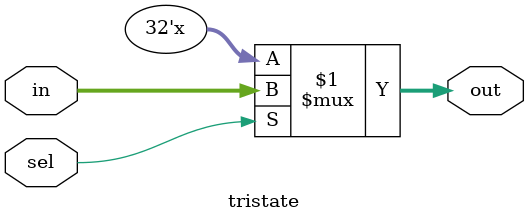
<source format=v>
module tristate(in, sel, out);

	input [31:0] in;
	input sel;
	output [31:0] out;
	
	assign out = sel ? in : 32'bz;
	
endmodule

</source>
